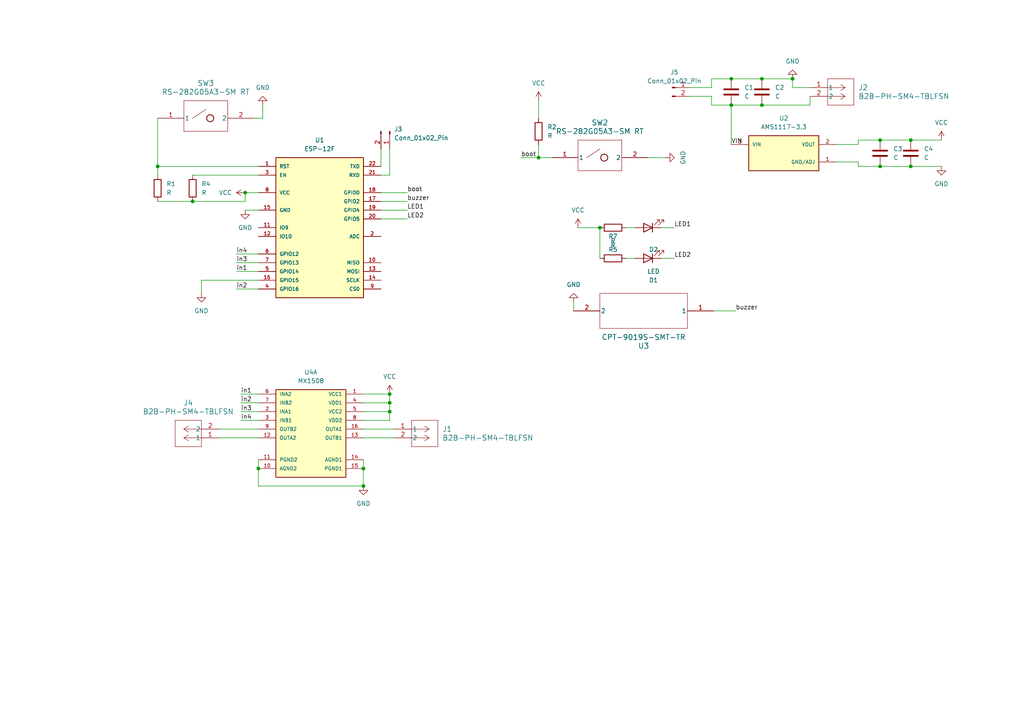
<source format=kicad_sch>
(kicad_sch (version 20230121) (generator eeschema)
  (paper "A4")
  (lib_symbols
    (symbol "Connector:Conn_01x02_Pin" (pin_names (offset 1.016) hide)
      (property "Reference" "J" (at 0 2.54 0))
      (property "Value" "Conn_01x02_Pin" (at 0 -5.08 0))
      (symbol "Conn_01x02_Pin_1_1"
        (polyline (pts (xy 1.27 -2.54) (xy 0.8636 -2.54)) (stroke (width 0.1524)))
        (polyline (pts (xy 1.27 0) (xy 0.8636 0)) (stroke (width 0.1524)))
        (rectangle (start 0.8636 -2.413) (end 0 -2.667) (stroke (width 0.1524)) (fill (type outline)))
        (rectangle (start 0.8636 0.127) (end 0 -0.127) (stroke (width 0.1524)) (fill (type outline)))
        (pin passive line (at 5.08 0 180) (length 3.81) (name "Pin_1") (number "1"))
        (pin passive line (at 5.08 -2.54 180) (length 3.81) (name "Pin_2") (number "2"))
      )
    )
    (symbol "Device:C" (pin_numbers hide) (pin_names (offset 0.254))
      (property "Reference" "C" (at 0.635 2.54 0))
      (property "Value" "C" (at 0.635 -2.54 0))
      (symbol "C_0_1"
        (polyline (pts (xy -2.032 -0.762) (xy 2.032 -0.762)) (stroke (width 0.508)))
        (polyline (pts (xy -2.032 0.762) (xy 2.032 0.762)) (stroke (width 0.508)))
      )
      (symbol "C_1_1"
        (pin passive line (at 0 3.81 270) (length 2.794) (name "~") (number "1"))
        (pin passive line (at 0 -3.81 90) (length 2.794) (name "~") (number "2"))
      )
    )
    (symbol "Device:LED" (pin_numbers hide) (pin_names (offset 1.016) hide)
      (property "Reference" "D" (at 0 2.54 0))
      (property "Value" "LED" (at 0 -2.54 0))
      (symbol "LED_0_1"
        (polyline (pts (xy -1.27 -1.27) (xy -1.27 1.27)) (stroke (width 0.254)))
        (polyline (pts (xy -1.27 0) (xy 1.27 0)))
        (polyline (pts (xy 1.27 -1.27) (xy 1.27 1.27) (xy -1.27 0) (xy 1.27 -1.27)) (stroke (width 0.254)))
        (polyline (pts (xy -3.048 -0.762) (xy -4.572 -2.286) (xy -3.81 -2.286) (xy -4.572 -2.286) (xy -4.572 -1.524)))
        (polyline (pts (xy -1.778 -0.762) (xy -3.302 -2.286) (xy -2.54 -2.286) (xy -3.302 -2.286) (xy -3.302 -1.524)))
      )
      (symbol "LED_1_1"
        (pin passive line (at -3.81 0 0) (length 2.54) (name "K") (number "1"))
        (pin passive line (at 3.81 0 180) (length 2.54) (name "A") (number "2"))
      )
    )
    (symbol "Device:R" (pin_numbers hide) (pin_names (offset 0))
      (property "Reference" "R" (at 2.032 0 90))
      (property "Value" "R" (at 0 0 90))
      (symbol "R_0_1"
        (rectangle (start -1.016 -2.54) (end 1.016 2.54) (stroke (width 0.254)))
      )
      (symbol "R_1_1"
        (pin passive line (at 0 3.81 270) (length 1.27) (name "~") (number "1"))
        (pin passive line (at 0 -3.81 90) (length 1.27) (name "~") (number "2"))
      )
    )
    (symbol "esp_example_symbols:AMS1117-3.3" (pin_names (offset 1.016))
      (property "Reference" "U" (at -10.16 5.588 0))
      (property "Value" "AMS1117-3.3" (at -10.16 -8.128 0))
      (symbol "AMS1117-3.3_0_0"
        (rectangle (start -10.16 -5.08) (end 10.16 5.08) (stroke (width 0.254)) (fill (type background)))
        (pin power_in line (at 15.24 -2.54 180) (length 5.08) (name "GND/ADJ") (number "1"))
        (pin output line (at 15.24 2.54 180) (length 5.08) (name "VOUT") (number "2"))
        (pin input line (at -15.24 2.54 0) (length 5.08) (name "VIN") (number "3"))
      )
    )
    (symbol "esp_example_symbols:B2B-PH-SM4-TBLFSN" (pin_names (offset 0.254))
      (property "Reference" "J" (at 8.89 6.35 0))
      (property "Value" "B2B-PH-SM4-TBLFSN" (at 0 0 0))
      (symbol "B2B-PH-SM4-TBLFSN_1_1"
        (polyline (pts (xy 5.08 -5.08) (xy 12.7 -5.08)) (stroke (width 0.127)))
        (polyline (pts (xy 5.08 2.54) (xy 5.08 -5.08)) (stroke (width 0.127)))
        (polyline (pts (xy 10.16 -2.54) (xy 5.08 -2.54)) (stroke (width 0.127)))
        (polyline (pts (xy 10.16 -2.54) (xy 8.89 -3.3867)) (stroke (width 0.127)))
        (polyline (pts (xy 10.16 -2.54) (xy 8.89 -1.6933)) (stroke (width 0.127)))
        (polyline (pts (xy 10.16 0) (xy 5.08 0)) (stroke (width 0.127)))
        (polyline (pts (xy 10.16 0) (xy 8.89 -0.8467)) (stroke (width 0.127)))
        (polyline (pts (xy 10.16 0) (xy 8.89 0.8467)) (stroke (width 0.127)))
        (polyline (pts (xy 12.7 -5.08) (xy 12.7 2.54)) (stroke (width 0.127)))
        (polyline (pts (xy 12.7 2.54) (xy 5.08 2.54)) (stroke (width 0.127)))
        (pin unspecified line (at 0 0 0) (length 5.08) (name "1") (number "1"))
        (pin unspecified line (at 0 -2.54 0) (length 5.08) (name "2") (number "2"))
      )
      (symbol "B2B-PH-SM4-TBLFSN_1_2"
        (polyline (pts (xy 5.08 -5.08) (xy 12.7 -5.08)) (stroke (width 0.127)))
        (polyline (pts (xy 5.08 2.54) (xy 5.08 -5.08)) (stroke (width 0.127)))
        (polyline (pts (xy 7.62 -2.54) (xy 5.08 -2.54)) (stroke (width 0.127)))
        (polyline (pts (xy 7.62 -2.54) (xy 8.89 -3.3867)) (stroke (width 0.127)))
        (polyline (pts (xy 7.62 -2.54) (xy 8.89 -1.6933)) (stroke (width 0.127)))
        (polyline (pts (xy 7.62 0) (xy 5.08 0)) (stroke (width 0.127)))
        (polyline (pts (xy 7.62 0) (xy 8.89 -0.8467)) (stroke (width 0.127)))
        (polyline (pts (xy 7.62 0) (xy 8.89 0.8467)) (stroke (width 0.127)))
        (polyline (pts (xy 12.7 -5.08) (xy 12.7 2.54)) (stroke (width 0.127)))
        (polyline (pts (xy 12.7 2.54) (xy 5.08 2.54)) (stroke (width 0.127)))
        (pin unspecified line (at 0 0 0) (length 5.08) (name "1") (number "1"))
        (pin unspecified line (at 0 -2.54 0) (length 5.08) (name "2") (number "2"))
      )
    )
    (symbol "esp_example_symbols:CPT-9019S-SMT-TR" (pin_names (offset 0.254))
      (property "Reference" "U" (at 20.32 10.16 0))
      (property "Value" "CPT-9019S-SMT-TR" (at 20.32 7.62 0))
      (symbol "CPT-9019S-SMT-TR_0_1"
        (polyline (pts (xy 7.62 -5.08) (xy 33.02 -5.08)) (stroke (width 0.127)))
        (polyline (pts (xy 7.62 5.08) (xy 7.62 -5.08)) (stroke (width 0.127)))
        (polyline (pts (xy 33.02 -5.08) (xy 33.02 5.08)) (stroke (width 0.127)))
        (polyline (pts (xy 33.02 5.08) (xy 7.62 5.08)) (stroke (width 0.127)))
        (pin unspecified line (at 0 0 0) (length 7.62) (name "1") (number "1"))
        (pin unspecified line (at 40.64 0 180) (length 7.62) (name "2") (number "2"))
      )
    )
    (symbol "esp_example_symbols:ESP-12F" (pin_names (offset 1.016))
      (property "Reference" "U" (at -12.7254 22.9057 0))
      (property "Value" "ESP-12F" (at -12.7237 -22.9026 0))
      (symbol "ESP-12F_0_0"
        (rectangle (start -12.7 20.32) (end 12.7 -20.32) (stroke (width 0.254)) (fill (type background)))
        (pin bidirectional line (at -17.78 17.78 0) (length 5.08) (name "RST") (number "1"))
        (pin bidirectional line (at 17.78 -10.16 180) (length 5.08) (name "MISO") (number "10"))
        (pin bidirectional line (at -17.78 0 0) (length 5.08) (name "IO9") (number "11"))
        (pin bidirectional line (at -17.78 -2.54 0) (length 5.08) (name "IO10") (number "12"))
        (pin bidirectional line (at 17.78 -12.7 180) (length 5.08) (name "MOSI") (number "13"))
        (pin bidirectional line (at 17.78 -15.24 180) (length 5.08) (name "SCLK") (number "14"))
        (pin bidirectional line (at -17.78 5.08 0) (length 5.08) (name "GND") (number "15"))
        (pin bidirectional line (at -17.78 -15.24 0) (length 5.08) (name "GPIO15") (number "16"))
        (pin bidirectional line (at 17.78 7.62 180) (length 5.08) (name "GPIO2") (number "17"))
        (pin bidirectional line (at 17.78 10.16 180) (length 5.08) (name "GPIO0") (number "18"))
        (pin bidirectional line (at 17.78 5.08 180) (length 5.08) (name "GPIO4") (number "19"))
        (pin bidirectional line (at 17.78 -2.54 180) (length 5.08) (name "ADC") (number "2"))
        (pin bidirectional line (at 17.78 2.54 180) (length 5.08) (name "GPIO5") (number "20"))
        (pin bidirectional line (at 17.78 15.24 180) (length 5.08) (name "RXD") (number "21"))
        (pin bidirectional line (at 17.78 17.78 180) (length 5.08) (name "TXD") (number "22"))
        (pin bidirectional line (at -17.78 15.24 0) (length 5.08) (name "EN") (number "3"))
        (pin bidirectional line (at -17.78 -17.78 0) (length 5.08) (name "GPIO16") (number "4"))
        (pin bidirectional line (at -17.78 -12.7 0) (length 5.08) (name "GPIO14") (number "5"))
        (pin bidirectional line (at -17.78 -7.62 0) (length 5.08) (name "GPIO12") (number "6"))
        (pin bidirectional line (at -17.78 -10.16 0) (length 5.08) (name "GPIO13") (number "7"))
        (pin bidirectional line (at -17.78 10.16 0) (length 5.08) (name "VCC") (number "8"))
        (pin bidirectional line (at 17.78 -17.78 180) (length 5.08) (name "CS0") (number "9"))
      )
    )
    (symbol "esp_example_symbols:MX1508" (pin_names (offset 1.016))
      (property "Reference" "U" (at -10.16 15.24 0))
      (property "Value" "MX1508" (at -10.16 -15.24 0))
      (symbol "MX1508_1_0"
        (rectangle (start -10.16 12.7) (end 10.16 -12.7) (stroke (width 0.254)) (fill (type background)))
        (pin power_in line (at 15.24 11.43 180) (length 5.08) (name "VCC1") (number "1"))
        (pin power_in line (at -15.24 -10.16 0) (length 5.08) (name "AGND2") (number "10"))
        (pin power_in line (at -15.24 -7.62 0) (length 5.08) (name "PGND2") (number "11"))
        (pin input line (at -15.24 -1.27 0) (length 5.08) (name "OUTA2") (number "12"))
        (pin output line (at 15.24 -1.27 180) (length 5.08) (name "OUTB1") (number "13"))
        (pin power_in line (at 15.24 -7.62 180) (length 5.08) (name "AGND1") (number "14"))
        (pin power_in line (at 15.24 -10.16 180) (length 5.08) (name "PGND1") (number "15"))
        (pin output line (at 15.24 1.27 180) (length 5.08) (name "OUTA1") (number "16"))
        (pin input line (at -15.24 6.35 0) (length 5.08) (name "INA1") (number "2"))
        (pin input line (at -15.24 3.81 0) (length 5.08) (name "INB1") (number "3"))
        (pin power_in line (at 15.24 8.89 180) (length 5.08) (name "VDD1") (number "4"))
        (pin power_in line (at 15.24 6.35 180) (length 5.08) (name "VCC2") (number "5"))
        (pin input line (at -15.24 11.43 0) (length 5.08) (name "INA2") (number "6"))
        (pin input line (at -15.24 8.89 0) (length 5.08) (name "INB2") (number "7"))
        (pin power_in line (at 15.24 3.81 180) (length 5.08) (name "VDD2") (number "8"))
        (pin input line (at -15.24 1.27 0) (length 5.08) (name "OUTB2") (number "9"))
      )
      (symbol "MX1508_2_0"
        (rectangle (start -10.16 -12.7) (end 10.16 12.7) (stroke (width 0.254)) (fill (type background)))
        (pin power_in line (at 15.24 -7.62 180) (length 5.08) (name "AGND2") (number "10"))
        (pin power_in line (at 15.24 -10.16 180) (length 5.08) (name "PGND2") (number "11"))
        (pin output line (at 15.24 2.54 180) (length 5.08) (name "OUTA2") (number "12"))
        (pin input line (at -15.24 -1.27 0) (length 5.08) (name "OUTA2") (number "12-UB"))
        (pin power_in line (at 15.24 10.16 180) (length 5.08) (name "VCC2") (number "5"))
        (pin input line (at -15.24 2.54 0) (length 5.08) (name "INA2") (number "6"))
        (pin input line (at -15.24 -2.54 0) (length 5.08) (name "INB2") (number "7"))
        (pin power_in line (at 15.24 7.62 180) (length 5.08) (name "VDD2") (number "8"))
        (pin output line (at 15.24 -2.54 180) (length 5.08) (name "OUTB2") (number "9"))
        (pin input line (at -15.24 1.27 0) (length 5.08) (name "OUTB2") (number "9-UB"))
      )
    )
    (symbol "esp_example_symbols:RS-282G05A3-SM_RT" (pin_names (offset 0.254))
      (property "Reference" "SW" (at 40.64 12.7 0))
      (property "Value" "RS-282G05A3-SM RT" (at 40.64 10.16 0))
      (symbol "RS-282G05A3-SM_RT_0_1"
        (polyline (pts (xy 50.8 -3.81) (xy 63.5 -3.81)) (stroke (width 0.127)))
        (polyline (pts (xy 50.8 5.08) (xy 50.8 -3.81)) (stroke (width 0.127)))
        (polyline (pts (xy 53.34 0) (xy 57.15 2.54)) (stroke (width 0.127)))
        (polyline (pts (xy 63.5 -3.81) (xy 63.5 5.08)) (stroke (width 0.127)))
        (polyline (pts (xy 63.5 5.08) (xy 50.8 5.08)) (stroke (width 0.127)))
        (circle (center 58.42 0) (radius 1.016) (stroke (width 0.254)))
        (pin unspecified line (at 43.18 0 0) (length 7.62) (name "1") (number "1"))
        (pin unspecified line (at 71.12 0 180) (length 7.62) (name "2") (number "2"))
      )
    )
    (symbol "power:GND" (power) (pin_names (offset 0))
      (property "Value" "GND" (at 0 -3.81 0))
      (symbol "GND_0_1"
        (polyline (pts (xy 0 0) (xy 0 -1.27) (xy 1.27 -1.27) (xy 0 -2.54) (xy -1.27 -1.27) (xy 0 -1.27)))
      )
      (symbol "GND_1_1"
        (pin power_in line (at 0 0 270) (length 0) hide (name "GND") (number "1"))
      )
    )
    (symbol "power:VCC" (power) (pin_names (offset 0))
      (property "Value" "VCC" (at 0 3.81 0))
      (symbol "VCC_0_1"
        (polyline (pts (xy -0.762 1.27) (xy 0 2.54)))
        (polyline (pts (xy 0 0) (xy 0 2.54)))
        (polyline (pts (xy 0 2.54) (xy 0.762 1.27)))
      )
      (symbol "VCC_1_1"
        (pin power_in line (at 0 0 90) (length 0) hide (name "VCC") (number "1"))
      )
    )
  )
  (junction (at 264.16 40.64))
  (junction (at 113.03 119.38))
  (junction (at 156.21 45.72))
  (junction (at 105.41 135.89))
  (junction (at 255.27 48.26))
  (junction (at 212.09 22.86))
  (junction (at 255.27 40.64))
  (junction (at 212.09 30.48))
  (junction (at 220.98 30.48))
  (junction (at 105.41 140.97))
  (junction (at 264.16 48.26))
  (junction (at 173.99 66.04))
  (junction (at 220.98 22.86))
  (junction (at 113.03 116.84))
  (junction (at 229.87 22.86))
  (junction (at 71.12 55.88))
  (junction (at 113.03 114.3))
  (junction (at 55.88 58.42))
  (junction (at 74.93 135.89))
  (junction (at 45.72 48.26))
  (wire (pts (xy 105.41 114.3) (xy 113.03 114.3)))
  (wire (pts (xy 58.42 81.28) (xy 74.93 81.28)))
  (wire (pts (xy 167.64 66.04) (xy 173.99 66.04)))
  (wire (pts (xy 181.61 74.93) (xy 184.15 74.93)))
  (wire (pts (xy 212.09 22.86) (xy 220.98 22.86)))
  (wire (pts (xy 255.27 40.64) (xy 248.92 40.64)))
  (wire (pts (xy 242.57 46.99) (xy 248.92 46.99)))
  (wire (pts (xy 71.12 58.42) (xy 71.12 55.88)))
  (wire (pts (xy 113.03 50.8) (xy 110.49 50.8)))
  (wire (pts (xy 105.41 140.97) (xy 105.41 135.89)))
  (wire (pts (xy 206.375 25.4) (xy 206.375 22.86)))
  (wire (pts (xy 156.21 45.72) (xy 160.02 45.72)))
  (wire (pts (xy 63.5 127) (xy 74.93 127)))
  (wire (pts (xy 69.85 114.3) (xy 74.93 114.3)))
  (wire (pts (xy 229.87 25.4) (xy 234.95 25.4)))
  (wire (pts (xy 273.05 48.26) (xy 264.16 48.26)))
  (wire (pts (xy 74.93 140.97) (xy 105.41 140.97)))
  (wire (pts (xy 207.01 90.17) (xy 213.36 90.17)))
  (wire (pts (xy 248.92 48.26) (xy 255.27 48.26)))
  (wire (pts (xy 151.13 45.72) (xy 156.21 45.72)))
  (wire (pts (xy 105.41 133.35) (xy 105.41 135.89)))
  (wire (pts (xy 206.375 22.86) (xy 212.09 22.86)))
  (wire (pts (xy 110.49 63.5) (xy 118.11 63.5)))
  (wire (pts (xy 69.85 121.92) (xy 74.93 121.92)))
  (wire (pts (xy 156.21 45.72) (xy 156.21 41.91)))
  (wire (pts (xy 71.12 60.96) (xy 74.93 60.96)))
  (wire (pts (xy 55.88 58.42) (xy 71.12 58.42)))
  (wire (pts (xy 74.93 133.35) (xy 74.93 135.89)))
  (wire (pts (xy 234.95 30.48) (xy 234.95 27.94)))
  (wire (pts (xy 45.72 48.26) (xy 45.72 50.8)))
  (wire (pts (xy 63.5 124.46) (xy 74.93 124.46)))
  (wire (pts (xy 191.77 74.93) (xy 195.58 74.93)))
  (wire (pts (xy 229.87 22.86) (xy 229.87 25.4)))
  (wire (pts (xy 76.2 30.48) (xy 76.2 34.29)))
  (wire (pts (xy 58.42 85.09) (xy 58.42 81.28)))
  (wire (pts (xy 110.49 43.18) (xy 110.49 48.26)))
  (wire (pts (xy 45.72 34.29) (xy 45.72 48.26)))
  (wire (pts (xy 113.03 121.92) (xy 113.03 119.38)))
  (wire (pts (xy 105.41 121.92) (xy 113.03 121.92)))
  (wire (pts (xy 105.41 127) (xy 114.3 127)))
  (wire (pts (xy 200.025 27.94) (xy 206.375 27.94)))
  (wire (pts (xy 113.03 114.3) (xy 113.03 116.84)))
  (wire (pts (xy 105.41 116.84) (xy 113.03 116.84)))
  (wire (pts (xy 173.99 66.04) (xy 173.99 74.93)))
  (wire (pts (xy 212.09 30.48) (xy 212.09 41.91)))
  (wire (pts (xy 191.77 66.04) (xy 195.58 66.04)))
  (wire (pts (xy 69.85 119.38) (xy 74.93 119.38)))
  (wire (pts (xy 184.15 66.04) (xy 181.61 66.04)))
  (wire (pts (xy 248.92 48.26) (xy 248.92 46.99)))
  (wire (pts (xy 156.21 29.21) (xy 156.21 34.29)))
  (wire (pts (xy 206.375 30.48) (xy 212.09 30.48)))
  (wire (pts (xy 68.58 78.74) (xy 74.93 78.74)))
  (wire (pts (xy 69.85 116.84) (xy 74.93 116.84)))
  (wire (pts (xy 113.03 43.18) (xy 113.03 50.8)))
  (wire (pts (xy 248.92 40.64) (xy 248.92 41.91)))
  (wire (pts (xy 55.88 50.8) (xy 74.93 50.8)))
  (wire (pts (xy 71.12 55.88) (xy 74.93 55.88)))
  (wire (pts (xy 68.58 83.82) (xy 74.93 83.82)))
  (wire (pts (xy 74.93 135.89) (xy 74.93 140.97)))
  (wire (pts (xy 187.96 45.72) (xy 193.04 45.72)))
  (wire (pts (xy 68.58 73.66) (xy 74.93 73.66)))
  (wire (pts (xy 68.58 76.2) (xy 74.93 76.2)))
  (wire (pts (xy 110.49 55.88) (xy 118.11 55.88)))
  (wire (pts (xy 200.025 25.4) (xy 206.375 25.4)))
  (wire (pts (xy 45.72 58.42) (xy 55.88 58.42)))
  (wire (pts (xy 242.57 41.91) (xy 248.92 41.91)))
  (wire (pts (xy 105.41 119.38) (xy 113.03 119.38)))
  (wire (pts (xy 220.98 22.86) (xy 229.87 22.86)))
  (wire (pts (xy 273.05 40.64) (xy 264.16 40.64)))
  (wire (pts (xy 113.03 116.84) (xy 113.03 119.38)))
  (wire (pts (xy 74.93 48.26) (xy 45.72 48.26)))
  (wire (pts (xy 220.98 30.48) (xy 234.95 30.48)))
  (wire (pts (xy 212.09 30.48) (xy 220.98 30.48)))
  (wire (pts (xy 110.49 60.96) (xy 118.11 60.96)))
  (wire (pts (xy 264.16 48.26) (xy 255.27 48.26)))
  (wire (pts (xy 206.375 27.94) (xy 206.375 30.48)))
  (wire (pts (xy 110.49 58.42) (xy 118.11 58.42)))
  (wire (pts (xy 255.27 40.64) (xy 264.16 40.64)))
  (wire (pts (xy 76.2 34.29) (xy 73.66 34.29)))
  (wire (pts (xy 166.37 87.63) (xy 166.37 90.17)))
  (wire (pts (xy 105.41 124.46) (xy 114.3 124.46)))
  (label "in2" (at 69.85 116.84 0))
  (label "boot" (at 151.13 45.72 0))
  (label "in3" (at 69.85 119.38 0))
  (label "LED1" (at 118.11 60.96 0))
  (label "in4" (at 68.58 73.66 0))
  (label "LED2" (at 195.58 74.93 0))
  (label "in4" (at 69.85 121.92 0))
  (label "buzzer" (at 118.11 58.42 0))
  (label "LED1" (at 195.58 66.04 0))
  (label "in2" (at 68.58 83.82 0))
  (label "buzzer" (at 213.36 90.17 0))
  (label "VIN" (at 212.09 41.91 0))
  (label "in3" (at 68.58 76.2 0))
  (label "in1" (at 68.58 78.74 0))
  (label "LED2" (at 118.11 63.5 0))
  (label "in1" (at 69.85 114.3 0))
  (label "boot" (at 118.11 55.88 0))
  (symbol (lib_id "Connector:Conn_01x02_Pin") (at 194.945 25.4 0) (unit 1)
    (property "Reference" "J5" (at 195.58 20.955 0))
    (property "Value" "Conn_01x02_Pin" (at 195.58 23.495 0))
    (property "Footprint" "Connector_PinHeader_2.54mm:PinHeader_1x02_P2.54mm_Vertical" (effects hide))
  )
  (symbol (lib_id "power:GND") (at 193.04 45.72 90) (unit 1)
    (property "Reference" "#PWR09" (effects hide))
    (property "Value" "GND" (at 198.12 45.72 0))
  )
  (symbol (lib_id "esp_example_symbols:B2B-PH-SM4-TBLFSN") (at 234.95 25.4 0) (unit 1)
    (property "Reference" "J2" (at 248.92 25.4 0) (effects (font (size 1.524 1.524)) (justify left)))
    (property "Value" "B2B-PH-SM4-TBLFSN" (at 248.92 27.94 0) (effects (font (size 1.524 1.524)) (justify left)))
    (property "Footprint" "esp_lib:CONN_B2B-PH-SM4-TBLFSN_JST" (effects hide))
    (property "Datasheet" "B2B-PH-SM4-TBLFSN" (effects hide))
  )
  (symbol (lib_id "power:GND") (at 273.05 48.26 0) (unit 1)
    (property "Reference" "#PWR04" (effects hide))
    (property "Value" "GND" (at 273.05 53.34 0))
  )
  (symbol (lib_id "esp_example_symbols:ESP-12F") (at 92.71 66.04 0) (unit 1)
    (property "Reference" "U1" (at 92.71 40.64 0))
    (property "Value" "ESP-12F" (at 92.71 43.18 0))
    (property "Footprint" "esp_lib:ESP-12F" (effects hide))
    (property "MF" "AI-Thinker" (effects hide))
    (property "Description" "\nWiFi Module\n" (effects hide))
    (property "Package" "Package" (effects hide))
    (property "Price" "None" (effects hide))
    (property "SnapEDA_Link" "https://www.snapeda.com/parts/ESP-12F/AI-Thinker/view-part/?ref=snap" (effects hide))
    (property "MP" "ESP-12F" (effects hide))
    (property "Availability" "Not in stock" (effects hide))
    (property "Check_prices" "https://www.snapeda.com/parts/ESP-12F/AI-Thinker/view-part/?ref=eda" (effects hide))
  )
  (symbol (lib_id "power:GND") (at 229.87 22.86 180) (unit 1)
    (property "Reference" "#PWR07" (effects hide))
    (property "Value" "GND" (at 229.87 17.78 0))
  )
  (symbol (lib_id "esp_example_symbols:B2B-PH-SM4-TBLFSN") (at 63.5 127 180) (unit 1)
    (property "Reference" "J4" (at 54.61 116.84 0) (effects (font (size 1.524 1.524))))
    (property "Value" "B2B-PH-SM4-TBLFSN" (at 54.61 119.38 0) (effects (font (size 1.524 1.524))))
    (property "Footprint" "esp_lib:CONN_B2B-PH-SM4-TBLFSN_JST" (effects hide))
    (property "Datasheet" "B2B-PH-SM4-TBLFSN" (effects hide))
  )
  (symbol (lib_id "power:VCC") (at 113.03 114.3 0) (unit 1)
    (property "Reference" "#PWR06" (effects hide))
    (property "Value" "VCC" (at 113.03 109.22 0))
  )
  (symbol (lib_id "esp_example_symbols:AMS1117-3.3") (at 227.33 44.45 0) (unit 1)
    (property "Reference" "U2" (at 227.33 34.29 0))
    (property "Value" "AMS1117-3.3" (at 227.33 36.83 0))
    (property "Footprint" "esp_lib:SOT229P700X180-4N" (effects hide))
    (property "SnapEDA_Link" "https://www.snapeda.com/parts/AMS1117-3.3/Umwelt+Sensor+Teknik/view-part/?ref=snap" (effects hide))
    (property "Description" "\nLinear Voltage Regulator IC Positive Fixed 1 Output 1A SOT-223-3L\n" (effects hide))
    (property "Package" "None" (effects hide))
    (property "Price" "None" (effects hide))
    (property "MF" "UMW" (effects hide))
    (property "MP" "AMS1117-3.3" (effects hide))
    (property "Availability" "In Stock" (effects hide))
    (property "Check_prices" "https://www.snapeda.com/parts/AMS1117-3.3/Umwelt+Sensor+Teknik/view-part/?ref=eda" (effects hide))
  )
  (symbol (lib_id "Device:LED") (at 187.96 74.93 180) (unit 1)
    (property "Reference" "D1" (at 189.5475 81.28 0))
    (property "Value" "LED" (at 189.5475 78.74 0))
    (property "Footprint" "LED_SMD:LED_1206_3216Metric" (effects hide))
  )
  (symbol (lib_id "Device:R") (at 177.8 66.04 270) (unit 1)
    (property "Reference" "R5" (at 177.8 72.39 90))
    (property "Value" "R" (at 177.8 69.85 90))
    (property "Footprint" "Resistor_SMD:R_0805_2012Metric" (effects hide))
  )
  (symbol (lib_id "esp_example_symbols:CPT-9019S-SMT-TR") (at 207.01 90.17 180) (unit 1)
    (property "Reference" "U3" (at 186.69 100.33 0) (effects (font (size 1.524 1.524))))
    (property "Value" "CPT-9019S-SMT-TR" (at 186.69 97.79 0) (effects (font (size 1.524 1.524))))
    (property "Footprint" "esp_lib:SM_CPT_9X9_CUD" (effects hide))
    (property "Datasheet" "CPT-9019S-SMT-TR" (effects hide))
  )
  (symbol (lib_id "Device:R") (at 45.72 54.61 0) (unit 1)
    (property "Reference" "R1" (at 48.26 53.34 0) (effects (justify left)))
    (property "Value" "R" (at 48.26 55.88 0) (effects (justify left)))
    (property "Footprint" "Resistor_SMD:R_0805_2012Metric" (effects hide))
  )
  (symbol (lib_id "esp_example_symbols:RS-282G05A3-SM_RT") (at 116.84 45.72 0) (unit 1)
    (property "Reference" "SW2" (at 173.99 35.56 0) (effects (font (size 1.524 1.524))))
    (property "Value" "RS-282G05A3-SM RT" (at 173.99 38.1 0) (effects (font (size 1.524 1.524))))
    (property "Footprint" "esp_lib:RS-282G05A3-SM RT_CNK" (effects hide))
    (property "Datasheet" "RS-282G05A3-SM RT" (effects hide))
  )
  (symbol (lib_id "Device:C") (at 220.98 26.67 0) (unit 1)
    (property "Reference" "C2" (at 224.79 25.4 0) (effects (justify left)))
    (property "Value" "C" (at 224.79 27.94 0) (effects (justify left)))
    (property "Footprint" "Capacitor_SMD:C_0805_2012Metric" (effects hide))
  )
  (symbol (lib_id "power:GND") (at 105.41 140.97 0) (unit 1)
    (property "Reference" "#PWR05" (effects hide))
    (property "Value" "GND" (at 105.41 146.05 0))
  )
  (symbol (lib_id "Device:C") (at 212.09 26.67 0) (unit 1)
    (property "Reference" "C1" (at 215.9 25.4 0) (effects (justify left)))
    (property "Value" "C" (at 215.9 27.94 0) (effects (justify left)))
    (property "Footprint" "Capacitor_SMD:C_0805_2012Metric" (effects hide))
  )
  (symbol (lib_id "power:GND") (at 166.37 87.63 180) (unit 1)
    (property "Reference" "#PWR014" (effects hide))
    (property "Value" "GND" (at 166.37 82.55 0))
  )
  (symbol (lib_id "power:GND") (at 58.42 85.09 0) (unit 1)
    (property "Reference" "#PWR015" (effects hide))
    (property "Value" "GND" (at 58.42 90.17 0))
  )
  (symbol (lib_id "power:VCC") (at 273.05 40.64 0) (unit 1)
    (property "Reference" "#PWR01" (effects hide))
    (property "Value" "VCC" (at 273.05 35.56 0))
  )
  (symbol (lib_id "power:GND") (at 76.2 30.48 180) (unit 1)
    (property "Reference" "#PWR010" (effects hide))
    (property "Value" "GND" (at 76.2 25.4 0))
  )
  (symbol (lib_id "Device:R") (at 156.21 38.1 0) (unit 1)
    (property "Reference" "R2" (at 158.75 36.83 0) (effects (justify left)))
    (property "Value" "R" (at 158.75 39.37 0) (effects (justify left)))
    (property "Footprint" "Resistor_SMD:R_0805_2012Metric" (effects hide))
  )
  (symbol (lib_id "power:VCC") (at 71.12 55.88 90) (unit 1)
    (property "Reference" "#PWR02" (effects hide))
    (property "Value" "VCC" (at 67.31 55.88 90) (effects (justify left)))
  )
  (symbol (lib_id "power:GND") (at 71.12 60.96 0) (unit 1)
    (property "Reference" "#PWR03" (effects hide))
    (property "Value" "GND" (at 71.12 66.04 0))
  )
  (symbol (lib_id "Device:LED") (at 187.96 66.04 180) (unit 1)
    (property "Reference" "D2" (at 189.5475 72.39 0))
    (property "Value" "LED" (effects hide))
    (property "Footprint" "LED_SMD:LED_1206_3216Metric" (effects hide))
  )
  (symbol (lib_id "power:VCC") (at 156.21 29.21 0) (unit 1)
    (property "Reference" "#PWR08" (effects hide))
    (property "Value" "VCC" (at 156.21 24.13 0))
  )
  (symbol (lib_id "esp_example_symbols:B2B-PH-SM4-TBLFSN") (at 114.3 124.46 0) (unit 1)
    (property "Reference" "J1" (at 128.27 124.46 0) (effects (font (size 1.524 1.524)) (justify left)))
    (property "Value" "B2B-PH-SM4-TBLFSN" (at 128.27 127 0) (effects (font (size 1.524 1.524)) (justify left)))
    (property "Footprint" "esp_lib:CONN_B2B-PH-SM4-TBLFSN_JST" (effects hide))
    (property "Datasheet" "B2B-PH-SM4-TBLFSN" (effects hide))
  )
  (symbol (lib_id "Device:R") (at 55.88 54.61 0) (unit 1)
    (property "Reference" "R4" (at 58.42 53.34 0) (effects (justify left)))
    (property "Value" "R" (at 58.42 55.88 0) (effects (justify left)))
    (property "Footprint" "Resistor_SMD:R_0805_2012Metric" (effects hide))
  )
  (symbol (lib_id "Device:C") (at 264.16 44.45 0) (unit 1)
    (property "Reference" "C4" (at 267.97 43.18 0) (effects (justify left)))
    (property "Value" "C" (at 267.97 45.72 0) (effects (justify left)))
    (property "Footprint" "Capacitor_SMD:C_0805_2012Metric" (effects hide))
  )
  (symbol (lib_id "power:VCC") (at 167.64 66.04 0) (unit 1)
    (property "Reference" "#PWR013" (effects hide))
    (property "Value" "VCC" (at 167.64 60.96 0))
  )
  (symbol (lib_id "Device:C") (at 255.27 44.45 0) (unit 1)
    (property "Reference" "C3" (at 259.08 43.18 0) (effects (justify left)))
    (property "Value" "C" (at 259.08 45.72 0) (effects (justify left)))
    (property "Footprint" "Capacitor_SMD:C_0805_2012Metric" (effects hide))
  )
  (symbol (lib_id "Connector:Conn_01x02_Pin") (at 113.03 38.1 270) (unit 1)
    (property "Reference" "J3" (at 114.3 37.465 90) (effects (justify left)))
    (property "Value" "Conn_01x02_Pin" (at 114.3 40.005 90) (effects (justify left)))
    (property "Footprint" "Connector_PinHeader_2.54mm:PinHeader_1x02_P2.54mm_Vertical" (effects hide))
  )
  (symbol (lib_id "esp_example_symbols:MX1508") (at 90.17 125.73 0) (unit 1)
    (property "Reference" "U4" (at 90.17 107.95 0))
    (property "Value" "MX1508" (at 90.17 110.49 0))
    (property "Footprint" "esp_lib:MX1508" (effects hide))
    (property "Description" "\n" (effects hide))
  )
  (symbol (lib_id "esp_example_symbols:RS-282G05A3-SM_RT") (at 2.54 34.29 0) (unit 1)
    (property "Reference" "SW3" (at 59.69 24.13 0) (effects (font (size 1.524 1.524))))
    (property "Value" "RS-282G05A3-SM RT" (at 59.69 26.67 0) (effects (font (size 1.524 1.524))))
    (property "Footprint" "esp_lib:RS-282G05A3-SM RT_CNK" (effects hide))
    (property "Datasheet" "RS-282G05A3-SM RT" (effects hide))
  )
  (symbol (lib_id "Device:R") (at 177.8 74.93 90) (unit 1)
    (property "Reference" "R7" (at 177.8 68.58 90))
    (property "Value" "R" (at 177.8 71.12 90))
    (property "Footprint" "Resistor_SMD:R_0805_2012Metric" (effects hide))
  )
)
</source>
